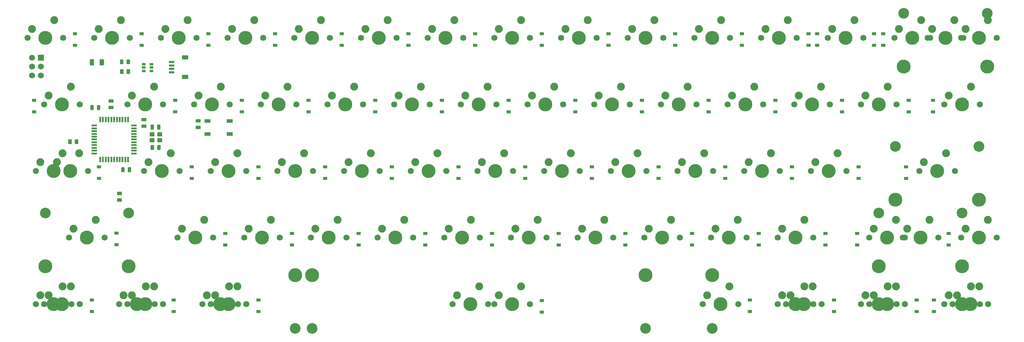
<source format=gbs>
G04 #@! TF.GenerationSoftware,KiCad,Pcbnew,(5.1.4)-1*
G04 #@! TF.CreationDate,2020-10-11T01:36:31-04:00*
G04 #@! TF.ProjectId,keyboard,6b657962-6f61-4726-942e-6b696361645f,rev?*
G04 #@! TF.SameCoordinates,Original*
G04 #@! TF.FileFunction,Soldermask,Bot*
G04 #@! TF.FilePolarity,Negative*
%FSLAX46Y46*%
G04 Gerber Fmt 4.6, Leading zero omitted, Abs format (unit mm)*
G04 Created by KiCad (PCBNEW (5.1.4)-1) date 2020-10-11 01:36:31*
%MOMM*%
%LPD*%
G04 APERTURE LIST*
%ADD10C,3.987800*%
%ADD11C,3.048000*%
%ADD12C,1.750000*%
%ADD13C,2.250000*%
%ADD14R,1.200000X0.900000*%
%ADD15R,1.400000X1.200000*%
%ADD16R,0.550000X1.500000*%
%ADD17R,1.500000X0.550000*%
%ADD18R,1.060000X0.650000*%
%ADD19R,1.700000X1.000000*%
%ADD20C,0.100000*%
%ADD21C,0.975000*%
%ADD22R,1.700000X1.700000*%
%ADD23C,1.700000*%
%ADD24C,0.600000*%
%ADD25C,1.200000*%
%ADD26C,1.250000*%
G04 APERTURE END LIST*
D10*
X200025000Y-77470000D03*
X85725000Y-77470000D03*
D11*
X200025000Y-92710000D03*
X85725000Y-92710000D03*
D12*
X147955000Y-85725000D03*
X137795000Y-85725000D03*
D13*
X139065000Y-83185000D03*
D10*
X142875000Y-85725000D03*
D13*
X145415000Y-80645000D03*
D12*
X133667500Y-66675000D03*
X123507500Y-66675000D03*
D13*
X124777500Y-64135000D03*
D10*
X128587500Y-66675000D03*
D13*
X131127500Y-61595000D03*
D12*
X143192500Y-47625000D03*
X133032500Y-47625000D03*
D13*
X134302500Y-45085000D03*
D10*
X138112500Y-47625000D03*
D13*
X140652500Y-42545000D03*
D12*
X171767500Y-66675000D03*
X161607500Y-66675000D03*
D13*
X162877500Y-64135000D03*
D10*
X166687500Y-66675000D03*
D13*
X169227500Y-61595000D03*
D12*
X207486250Y-85725000D03*
X197326250Y-85725000D03*
D13*
X198596250Y-83185000D03*
D10*
X202406250Y-85725000D03*
D13*
X204946250Y-80645000D03*
D12*
X238442500Y-47625000D03*
X228282500Y-47625000D03*
D13*
X229552500Y-45085000D03*
D10*
X233362500Y-47625000D03*
D13*
X235902500Y-42545000D03*
D12*
X228917500Y-85725000D03*
X218757500Y-85725000D03*
D13*
X220027500Y-83185000D03*
D10*
X223837500Y-85725000D03*
D13*
X226377500Y-80645000D03*
D12*
X228917500Y-66675000D03*
X218757500Y-66675000D03*
D13*
X220027500Y-64135000D03*
D10*
X223837500Y-66675000D03*
D13*
X226377500Y-61595000D03*
D12*
X243205000Y-9525000D03*
X233045000Y-9525000D03*
D13*
X234315000Y-6985000D03*
D10*
X238125000Y-9525000D03*
D13*
X240665000Y-4445000D03*
D12*
X252730000Y-85725000D03*
X242570000Y-85725000D03*
D13*
X243840000Y-83185000D03*
D10*
X247650000Y-85725000D03*
D13*
X250190000Y-80645000D03*
D10*
X278606250Y-17780000D03*
X254793750Y-17780000D03*
D11*
X278606250Y-2540000D03*
X254793750Y-2540000D03*
D12*
X271780000Y-9525000D03*
X261620000Y-9525000D03*
D13*
X262890000Y-6985000D03*
D10*
X266700000Y-9525000D03*
D13*
X269240000Y-4445000D03*
D10*
X271462500Y-74930000D03*
X247650000Y-74930000D03*
D11*
X271462500Y-59690000D03*
X247650000Y-59690000D03*
D12*
X264636250Y-66675000D03*
X254476250Y-66675000D03*
D13*
X255746250Y-64135000D03*
D10*
X259556250Y-66675000D03*
D13*
X262096250Y-61595000D03*
D12*
X262255000Y-9525000D03*
X252095000Y-9525000D03*
D13*
X253365000Y-6985000D03*
D10*
X257175000Y-9525000D03*
D13*
X259715000Y-4445000D03*
D12*
X281305000Y-9525000D03*
X271145000Y-9525000D03*
D13*
X272415000Y-6985000D03*
D10*
X276225000Y-9525000D03*
D13*
X278765000Y-4445000D03*
D12*
X252730000Y-28575000D03*
X242570000Y-28575000D03*
D13*
X243840000Y-26035000D03*
D10*
X247650000Y-28575000D03*
D13*
X250190000Y-23495000D03*
D12*
X276542500Y-28575000D03*
X266382500Y-28575000D03*
D13*
X267652500Y-26035000D03*
D10*
X271462500Y-28575000D03*
D13*
X274002500Y-23495000D03*
D12*
X281305000Y-66675000D03*
X271145000Y-66675000D03*
D13*
X272415000Y-64135000D03*
D10*
X276225000Y-66675000D03*
D13*
X278765000Y-61595000D03*
D12*
X255111250Y-66675000D03*
X244951250Y-66675000D03*
D13*
X246221250Y-64135000D03*
D10*
X250031250Y-66675000D03*
D13*
X252571250Y-61595000D03*
D14*
X267589000Y-65533000D03*
X267589000Y-68833000D03*
D12*
X19367500Y-28575000D03*
X9207500Y-28575000D03*
D13*
X10477500Y-26035000D03*
D10*
X14287500Y-28575000D03*
D13*
X16827500Y-23495000D03*
D12*
X43180000Y-28575000D03*
X33020000Y-28575000D03*
D13*
X34290000Y-26035000D03*
D10*
X38100000Y-28575000D03*
D13*
X40640000Y-23495000D03*
D12*
X16986250Y-47625000D03*
X6826250Y-47625000D03*
D13*
X8096250Y-45085000D03*
D10*
X11906250Y-47625000D03*
D13*
X14446250Y-42545000D03*
D12*
X47942500Y-47625000D03*
X37782500Y-47625000D03*
D13*
X39052500Y-45085000D03*
D10*
X42862500Y-47625000D03*
D13*
X45402500Y-42545000D03*
D10*
X276225000Y-55880000D03*
X252412500Y-55880000D03*
D11*
X276225000Y-40640000D03*
X252412500Y-40640000D03*
D12*
X269398750Y-47625000D03*
X259238750Y-47625000D03*
D13*
X260508750Y-45085000D03*
D10*
X264318750Y-47625000D03*
D13*
X266858750Y-42545000D03*
D12*
X57467500Y-66675000D03*
X47307500Y-66675000D03*
D13*
X48577500Y-64135000D03*
D10*
X52387500Y-66675000D03*
D13*
X54927500Y-61595000D03*
D12*
X16986250Y-85725000D03*
X6826250Y-85725000D03*
D13*
X8096250Y-83185000D03*
D10*
X11906250Y-85725000D03*
D13*
X14446250Y-80645000D03*
D12*
X19367500Y-85725000D03*
X9207500Y-85725000D03*
D13*
X10477500Y-83185000D03*
D10*
X14287500Y-85725000D03*
D13*
X16827500Y-80645000D03*
D12*
X43180000Y-85725000D03*
X33020000Y-85725000D03*
D13*
X34290000Y-83185000D03*
D10*
X38100000Y-85725000D03*
D13*
X40640000Y-80645000D03*
D12*
X64611250Y-85725000D03*
X54451250Y-85725000D03*
D13*
X55721250Y-83185000D03*
D10*
X59531250Y-85725000D03*
D13*
X62071250Y-80645000D03*
D12*
X66992500Y-85725000D03*
X56832500Y-85725000D03*
D13*
X58102500Y-83185000D03*
D10*
X61912500Y-85725000D03*
D13*
X64452500Y-80645000D03*
D10*
X180968650Y-77470000D03*
X80968850Y-77470000D03*
D11*
X180968650Y-92710000D03*
X80968850Y-92710000D03*
D12*
X136048750Y-85725000D03*
X125888750Y-85725000D03*
D13*
X127158750Y-83185000D03*
D10*
X130968750Y-85725000D03*
D13*
X133508750Y-80645000D03*
D12*
X231298750Y-85725000D03*
X221138750Y-85725000D03*
D13*
X222408750Y-83185000D03*
D10*
X226218750Y-85725000D03*
D13*
X228758750Y-80645000D03*
D12*
X255111250Y-85725000D03*
X244951250Y-85725000D03*
D13*
X246221250Y-83185000D03*
D10*
X250031250Y-85725000D03*
D13*
X252571250Y-80645000D03*
D12*
X276542500Y-85725000D03*
X266382500Y-85725000D03*
D13*
X267652500Y-83185000D03*
D10*
X271462500Y-85725000D03*
D13*
X274002500Y-80645000D03*
D12*
X278923750Y-85725000D03*
X268763750Y-85725000D03*
D13*
X270033750Y-83185000D03*
D10*
X273843750Y-85725000D03*
D13*
X276383750Y-80645000D03*
D12*
X40798750Y-85725000D03*
X30638750Y-85725000D03*
D13*
X31908750Y-83185000D03*
D10*
X35718750Y-85725000D03*
D13*
X38258750Y-80645000D03*
D15*
X42205000Y-37162000D03*
X40005000Y-37162000D03*
X40005000Y-38862000D03*
X42205000Y-38862000D03*
D16*
X25210000Y-32908000D03*
X26010000Y-32908000D03*
X26810000Y-32908000D03*
X27610000Y-32908000D03*
X28410000Y-32908000D03*
X29210000Y-32908000D03*
X30010000Y-32908000D03*
X30810000Y-32908000D03*
X31610000Y-32908000D03*
X32410000Y-32908000D03*
X33210000Y-32908000D03*
D17*
X34910000Y-34608000D03*
X34910000Y-35408000D03*
X34910000Y-36208000D03*
X34910000Y-37008000D03*
X34910000Y-37808000D03*
X34910000Y-38608000D03*
X34910000Y-39408000D03*
X34910000Y-40208000D03*
X34910000Y-41008000D03*
X34910000Y-41808000D03*
X34910000Y-42608000D03*
D16*
X33210000Y-44308000D03*
X32410000Y-44308000D03*
X31610000Y-44308000D03*
X30810000Y-44308000D03*
X30010000Y-44308000D03*
X29210000Y-44308000D03*
X28410000Y-44308000D03*
X27610000Y-44308000D03*
X26810000Y-44308000D03*
X26010000Y-44308000D03*
X25210000Y-44308000D03*
D17*
X23510000Y-42608000D03*
X23510000Y-41808000D03*
X23510000Y-41008000D03*
X23510000Y-40208000D03*
X23510000Y-39408000D03*
X23510000Y-38608000D03*
X23510000Y-37808000D03*
X23510000Y-37008000D03*
X23510000Y-36208000D03*
X23510000Y-35408000D03*
X23510000Y-34608000D03*
D18*
X37635000Y-18034000D03*
X37635000Y-17084000D03*
X37635000Y-18984000D03*
X39835000Y-18984000D03*
X39835000Y-18034000D03*
X39835000Y-17084000D03*
D19*
X62205000Y-33279000D03*
X55905000Y-33279000D03*
X62205000Y-37079000D03*
X55905000Y-37079000D03*
D20*
G36*
X53693142Y-34662674D02*
G01*
X53716803Y-34666184D01*
X53740007Y-34671996D01*
X53762529Y-34680054D01*
X53784153Y-34690282D01*
X53804670Y-34702579D01*
X53823883Y-34716829D01*
X53841607Y-34732893D01*
X53857671Y-34750617D01*
X53871921Y-34769830D01*
X53884218Y-34790347D01*
X53894446Y-34811971D01*
X53902504Y-34834493D01*
X53908316Y-34857697D01*
X53911826Y-34881358D01*
X53913000Y-34905250D01*
X53913000Y-35392750D01*
X53911826Y-35416642D01*
X53908316Y-35440303D01*
X53902504Y-35463507D01*
X53894446Y-35486029D01*
X53884218Y-35507653D01*
X53871921Y-35528170D01*
X53857671Y-35547383D01*
X53841607Y-35565107D01*
X53823883Y-35581171D01*
X53804670Y-35595421D01*
X53784153Y-35607718D01*
X53762529Y-35617946D01*
X53740007Y-35626004D01*
X53716803Y-35631816D01*
X53693142Y-35635326D01*
X53669250Y-35636500D01*
X52756750Y-35636500D01*
X52732858Y-35635326D01*
X52709197Y-35631816D01*
X52685993Y-35626004D01*
X52663471Y-35617946D01*
X52641847Y-35607718D01*
X52621330Y-35595421D01*
X52602117Y-35581171D01*
X52584393Y-35565107D01*
X52568329Y-35547383D01*
X52554079Y-35528170D01*
X52541782Y-35507653D01*
X52531554Y-35486029D01*
X52523496Y-35463507D01*
X52517684Y-35440303D01*
X52514174Y-35416642D01*
X52513000Y-35392750D01*
X52513000Y-34905250D01*
X52514174Y-34881358D01*
X52517684Y-34857697D01*
X52523496Y-34834493D01*
X52531554Y-34811971D01*
X52541782Y-34790347D01*
X52554079Y-34769830D01*
X52568329Y-34750617D01*
X52584393Y-34732893D01*
X52602117Y-34716829D01*
X52621330Y-34702579D01*
X52641847Y-34690282D01*
X52663471Y-34680054D01*
X52685993Y-34671996D01*
X52709197Y-34666184D01*
X52732858Y-34662674D01*
X52756750Y-34661500D01*
X53669250Y-34661500D01*
X53693142Y-34662674D01*
X53693142Y-34662674D01*
G37*
D21*
X53213000Y-35149000D03*
D20*
G36*
X53693142Y-32787674D02*
G01*
X53716803Y-32791184D01*
X53740007Y-32796996D01*
X53762529Y-32805054D01*
X53784153Y-32815282D01*
X53804670Y-32827579D01*
X53823883Y-32841829D01*
X53841607Y-32857893D01*
X53857671Y-32875617D01*
X53871921Y-32894830D01*
X53884218Y-32915347D01*
X53894446Y-32936971D01*
X53902504Y-32959493D01*
X53908316Y-32982697D01*
X53911826Y-33006358D01*
X53913000Y-33030250D01*
X53913000Y-33517750D01*
X53911826Y-33541642D01*
X53908316Y-33565303D01*
X53902504Y-33588507D01*
X53894446Y-33611029D01*
X53884218Y-33632653D01*
X53871921Y-33653170D01*
X53857671Y-33672383D01*
X53841607Y-33690107D01*
X53823883Y-33706171D01*
X53804670Y-33720421D01*
X53784153Y-33732718D01*
X53762529Y-33742946D01*
X53740007Y-33751004D01*
X53716803Y-33756816D01*
X53693142Y-33760326D01*
X53669250Y-33761500D01*
X52756750Y-33761500D01*
X52732858Y-33760326D01*
X52709197Y-33756816D01*
X52685993Y-33751004D01*
X52663471Y-33742946D01*
X52641847Y-33732718D01*
X52621330Y-33720421D01*
X52602117Y-33706171D01*
X52584393Y-33690107D01*
X52568329Y-33672383D01*
X52554079Y-33653170D01*
X52541782Y-33632653D01*
X52531554Y-33611029D01*
X52523496Y-33588507D01*
X52517684Y-33565303D01*
X52514174Y-33541642D01*
X52513000Y-33517750D01*
X52513000Y-33030250D01*
X52514174Y-33006358D01*
X52517684Y-32982697D01*
X52523496Y-32959493D01*
X52531554Y-32936971D01*
X52541782Y-32915347D01*
X52554079Y-32894830D01*
X52568329Y-32875617D01*
X52584393Y-32857893D01*
X52602117Y-32841829D01*
X52621330Y-32827579D01*
X52641847Y-32815282D01*
X52663471Y-32805054D01*
X52685993Y-32796996D01*
X52709197Y-32791184D01*
X52732858Y-32787674D01*
X52756750Y-32786500D01*
X53669250Y-32786500D01*
X53693142Y-32787674D01*
X53693142Y-32787674D01*
G37*
D21*
X53213000Y-33274000D03*
D20*
G36*
X31214142Y-53567174D02*
G01*
X31237803Y-53570684D01*
X31261007Y-53576496D01*
X31283529Y-53584554D01*
X31305153Y-53594782D01*
X31325670Y-53607079D01*
X31344883Y-53621329D01*
X31362607Y-53637393D01*
X31378671Y-53655117D01*
X31392921Y-53674330D01*
X31405218Y-53694847D01*
X31415446Y-53716471D01*
X31423504Y-53738993D01*
X31429316Y-53762197D01*
X31432826Y-53785858D01*
X31434000Y-53809750D01*
X31434000Y-54297250D01*
X31432826Y-54321142D01*
X31429316Y-54344803D01*
X31423504Y-54368007D01*
X31415446Y-54390529D01*
X31405218Y-54412153D01*
X31392921Y-54432670D01*
X31378671Y-54451883D01*
X31362607Y-54469607D01*
X31344883Y-54485671D01*
X31325670Y-54499921D01*
X31305153Y-54512218D01*
X31283529Y-54522446D01*
X31261007Y-54530504D01*
X31237803Y-54536316D01*
X31214142Y-54539826D01*
X31190250Y-54541000D01*
X30277750Y-54541000D01*
X30253858Y-54539826D01*
X30230197Y-54536316D01*
X30206993Y-54530504D01*
X30184471Y-54522446D01*
X30162847Y-54512218D01*
X30142330Y-54499921D01*
X30123117Y-54485671D01*
X30105393Y-54469607D01*
X30089329Y-54451883D01*
X30075079Y-54432670D01*
X30062782Y-54412153D01*
X30052554Y-54390529D01*
X30044496Y-54368007D01*
X30038684Y-54344803D01*
X30035174Y-54321142D01*
X30034000Y-54297250D01*
X30034000Y-53809750D01*
X30035174Y-53785858D01*
X30038684Y-53762197D01*
X30044496Y-53738993D01*
X30052554Y-53716471D01*
X30062782Y-53694847D01*
X30075079Y-53674330D01*
X30089329Y-53655117D01*
X30105393Y-53637393D01*
X30123117Y-53621329D01*
X30142330Y-53607079D01*
X30162847Y-53594782D01*
X30184471Y-53584554D01*
X30206993Y-53576496D01*
X30230197Y-53570684D01*
X30253858Y-53567174D01*
X30277750Y-53566000D01*
X31190250Y-53566000D01*
X31214142Y-53567174D01*
X31214142Y-53567174D01*
G37*
D21*
X30734000Y-54053500D03*
D20*
G36*
X31214142Y-55442174D02*
G01*
X31237803Y-55445684D01*
X31261007Y-55451496D01*
X31283529Y-55459554D01*
X31305153Y-55469782D01*
X31325670Y-55482079D01*
X31344883Y-55496329D01*
X31362607Y-55512393D01*
X31378671Y-55530117D01*
X31392921Y-55549330D01*
X31405218Y-55569847D01*
X31415446Y-55591471D01*
X31423504Y-55613993D01*
X31429316Y-55637197D01*
X31432826Y-55660858D01*
X31434000Y-55684750D01*
X31434000Y-56172250D01*
X31432826Y-56196142D01*
X31429316Y-56219803D01*
X31423504Y-56243007D01*
X31415446Y-56265529D01*
X31405218Y-56287153D01*
X31392921Y-56307670D01*
X31378671Y-56326883D01*
X31362607Y-56344607D01*
X31344883Y-56360671D01*
X31325670Y-56374921D01*
X31305153Y-56387218D01*
X31283529Y-56397446D01*
X31261007Y-56405504D01*
X31237803Y-56411316D01*
X31214142Y-56414826D01*
X31190250Y-56416000D01*
X30277750Y-56416000D01*
X30253858Y-56414826D01*
X30230197Y-56411316D01*
X30206993Y-56405504D01*
X30184471Y-56397446D01*
X30162847Y-56387218D01*
X30142330Y-56374921D01*
X30123117Y-56360671D01*
X30105393Y-56344607D01*
X30089329Y-56326883D01*
X30075079Y-56307670D01*
X30062782Y-56287153D01*
X30052554Y-56265529D01*
X30044496Y-56243007D01*
X30038684Y-56219803D01*
X30035174Y-56196142D01*
X30034000Y-56172250D01*
X30034000Y-55684750D01*
X30035174Y-55660858D01*
X30038684Y-55637197D01*
X30044496Y-55613993D01*
X30052554Y-55591471D01*
X30062782Y-55569847D01*
X30075079Y-55549330D01*
X30089329Y-55530117D01*
X30105393Y-55512393D01*
X30123117Y-55496329D01*
X30142330Y-55482079D01*
X30162847Y-55469782D01*
X30184471Y-55459554D01*
X30206993Y-55451496D01*
X30230197Y-55445684D01*
X30253858Y-55442174D01*
X30277750Y-55441000D01*
X31190250Y-55441000D01*
X31214142Y-55442174D01*
X31214142Y-55442174D01*
G37*
D21*
X30734000Y-55928500D03*
D20*
G36*
X33511642Y-15684174D02*
G01*
X33535303Y-15687684D01*
X33558507Y-15693496D01*
X33581029Y-15701554D01*
X33602653Y-15711782D01*
X33623170Y-15724079D01*
X33642383Y-15738329D01*
X33660107Y-15754393D01*
X33676171Y-15772117D01*
X33690421Y-15791330D01*
X33702718Y-15811847D01*
X33712946Y-15833471D01*
X33721004Y-15855993D01*
X33726816Y-15879197D01*
X33730326Y-15902858D01*
X33731500Y-15926750D01*
X33731500Y-16839250D01*
X33730326Y-16863142D01*
X33726816Y-16886803D01*
X33721004Y-16910007D01*
X33712946Y-16932529D01*
X33702718Y-16954153D01*
X33690421Y-16974670D01*
X33676171Y-16993883D01*
X33660107Y-17011607D01*
X33642383Y-17027671D01*
X33623170Y-17041921D01*
X33602653Y-17054218D01*
X33581029Y-17064446D01*
X33558507Y-17072504D01*
X33535303Y-17078316D01*
X33511642Y-17081826D01*
X33487750Y-17083000D01*
X33000250Y-17083000D01*
X32976358Y-17081826D01*
X32952697Y-17078316D01*
X32929493Y-17072504D01*
X32906971Y-17064446D01*
X32885347Y-17054218D01*
X32864830Y-17041921D01*
X32845617Y-17027671D01*
X32827893Y-17011607D01*
X32811829Y-16993883D01*
X32797579Y-16974670D01*
X32785282Y-16954153D01*
X32775054Y-16932529D01*
X32766996Y-16910007D01*
X32761184Y-16886803D01*
X32757674Y-16863142D01*
X32756500Y-16839250D01*
X32756500Y-15926750D01*
X32757674Y-15902858D01*
X32761184Y-15879197D01*
X32766996Y-15855993D01*
X32775054Y-15833471D01*
X32785282Y-15811847D01*
X32797579Y-15791330D01*
X32811829Y-15772117D01*
X32827893Y-15754393D01*
X32845617Y-15738329D01*
X32864830Y-15724079D01*
X32885347Y-15711782D01*
X32906971Y-15701554D01*
X32929493Y-15693496D01*
X32952697Y-15687684D01*
X32976358Y-15684174D01*
X33000250Y-15683000D01*
X33487750Y-15683000D01*
X33511642Y-15684174D01*
X33511642Y-15684174D01*
G37*
D21*
X33244000Y-16383000D03*
D20*
G36*
X31636642Y-15684174D02*
G01*
X31660303Y-15687684D01*
X31683507Y-15693496D01*
X31706029Y-15701554D01*
X31727653Y-15711782D01*
X31748170Y-15724079D01*
X31767383Y-15738329D01*
X31785107Y-15754393D01*
X31801171Y-15772117D01*
X31815421Y-15791330D01*
X31827718Y-15811847D01*
X31837946Y-15833471D01*
X31846004Y-15855993D01*
X31851816Y-15879197D01*
X31855326Y-15902858D01*
X31856500Y-15926750D01*
X31856500Y-16839250D01*
X31855326Y-16863142D01*
X31851816Y-16886803D01*
X31846004Y-16910007D01*
X31837946Y-16932529D01*
X31827718Y-16954153D01*
X31815421Y-16974670D01*
X31801171Y-16993883D01*
X31785107Y-17011607D01*
X31767383Y-17027671D01*
X31748170Y-17041921D01*
X31727653Y-17054218D01*
X31706029Y-17064446D01*
X31683507Y-17072504D01*
X31660303Y-17078316D01*
X31636642Y-17081826D01*
X31612750Y-17083000D01*
X31125250Y-17083000D01*
X31101358Y-17081826D01*
X31077697Y-17078316D01*
X31054493Y-17072504D01*
X31031971Y-17064446D01*
X31010347Y-17054218D01*
X30989830Y-17041921D01*
X30970617Y-17027671D01*
X30952893Y-17011607D01*
X30936829Y-16993883D01*
X30922579Y-16974670D01*
X30910282Y-16954153D01*
X30900054Y-16932529D01*
X30891996Y-16910007D01*
X30886184Y-16886803D01*
X30882674Y-16863142D01*
X30881500Y-16839250D01*
X30881500Y-15926750D01*
X30882674Y-15902858D01*
X30886184Y-15879197D01*
X30891996Y-15855993D01*
X30900054Y-15833471D01*
X30910282Y-15811847D01*
X30922579Y-15791330D01*
X30936829Y-15772117D01*
X30952893Y-15754393D01*
X30970617Y-15738329D01*
X30989830Y-15724079D01*
X31010347Y-15711782D01*
X31031971Y-15701554D01*
X31054493Y-15693496D01*
X31077697Y-15687684D01*
X31101358Y-15684174D01*
X31125250Y-15683000D01*
X31612750Y-15683000D01*
X31636642Y-15684174D01*
X31636642Y-15684174D01*
G37*
D21*
X31369000Y-16383000D03*
D20*
G36*
X33541642Y-18478174D02*
G01*
X33565303Y-18481684D01*
X33588507Y-18487496D01*
X33611029Y-18495554D01*
X33632653Y-18505782D01*
X33653170Y-18518079D01*
X33672383Y-18532329D01*
X33690107Y-18548393D01*
X33706171Y-18566117D01*
X33720421Y-18585330D01*
X33732718Y-18605847D01*
X33742946Y-18627471D01*
X33751004Y-18649993D01*
X33756816Y-18673197D01*
X33760326Y-18696858D01*
X33761500Y-18720750D01*
X33761500Y-19633250D01*
X33760326Y-19657142D01*
X33756816Y-19680803D01*
X33751004Y-19704007D01*
X33742946Y-19726529D01*
X33732718Y-19748153D01*
X33720421Y-19768670D01*
X33706171Y-19787883D01*
X33690107Y-19805607D01*
X33672383Y-19821671D01*
X33653170Y-19835921D01*
X33632653Y-19848218D01*
X33611029Y-19858446D01*
X33588507Y-19866504D01*
X33565303Y-19872316D01*
X33541642Y-19875826D01*
X33517750Y-19877000D01*
X33030250Y-19877000D01*
X33006358Y-19875826D01*
X32982697Y-19872316D01*
X32959493Y-19866504D01*
X32936971Y-19858446D01*
X32915347Y-19848218D01*
X32894830Y-19835921D01*
X32875617Y-19821671D01*
X32857893Y-19805607D01*
X32841829Y-19787883D01*
X32827579Y-19768670D01*
X32815282Y-19748153D01*
X32805054Y-19726529D01*
X32796996Y-19704007D01*
X32791184Y-19680803D01*
X32787674Y-19657142D01*
X32786500Y-19633250D01*
X32786500Y-18720750D01*
X32787674Y-18696858D01*
X32791184Y-18673197D01*
X32796996Y-18649993D01*
X32805054Y-18627471D01*
X32815282Y-18605847D01*
X32827579Y-18585330D01*
X32841829Y-18566117D01*
X32857893Y-18548393D01*
X32875617Y-18532329D01*
X32894830Y-18518079D01*
X32915347Y-18505782D01*
X32936971Y-18495554D01*
X32959493Y-18487496D01*
X32982697Y-18481684D01*
X33006358Y-18478174D01*
X33030250Y-18477000D01*
X33517750Y-18477000D01*
X33541642Y-18478174D01*
X33541642Y-18478174D01*
G37*
D21*
X33274000Y-19177000D03*
D20*
G36*
X31666642Y-18478174D02*
G01*
X31690303Y-18481684D01*
X31713507Y-18487496D01*
X31736029Y-18495554D01*
X31757653Y-18505782D01*
X31778170Y-18518079D01*
X31797383Y-18532329D01*
X31815107Y-18548393D01*
X31831171Y-18566117D01*
X31845421Y-18585330D01*
X31857718Y-18605847D01*
X31867946Y-18627471D01*
X31876004Y-18649993D01*
X31881816Y-18673197D01*
X31885326Y-18696858D01*
X31886500Y-18720750D01*
X31886500Y-19633250D01*
X31885326Y-19657142D01*
X31881816Y-19680803D01*
X31876004Y-19704007D01*
X31867946Y-19726529D01*
X31857718Y-19748153D01*
X31845421Y-19768670D01*
X31831171Y-19787883D01*
X31815107Y-19805607D01*
X31797383Y-19821671D01*
X31778170Y-19835921D01*
X31757653Y-19848218D01*
X31736029Y-19858446D01*
X31713507Y-19866504D01*
X31690303Y-19872316D01*
X31666642Y-19875826D01*
X31642750Y-19877000D01*
X31155250Y-19877000D01*
X31131358Y-19875826D01*
X31107697Y-19872316D01*
X31084493Y-19866504D01*
X31061971Y-19858446D01*
X31040347Y-19848218D01*
X31019830Y-19835921D01*
X31000617Y-19821671D01*
X30982893Y-19805607D01*
X30966829Y-19787883D01*
X30952579Y-19768670D01*
X30940282Y-19748153D01*
X30930054Y-19726529D01*
X30921996Y-19704007D01*
X30916184Y-19680803D01*
X30912674Y-19657142D01*
X30911500Y-19633250D01*
X30911500Y-18720750D01*
X30912674Y-18696858D01*
X30916184Y-18673197D01*
X30921996Y-18649993D01*
X30930054Y-18627471D01*
X30940282Y-18605847D01*
X30952579Y-18585330D01*
X30966829Y-18566117D01*
X30982893Y-18548393D01*
X31000617Y-18532329D01*
X31019830Y-18518079D01*
X31040347Y-18505782D01*
X31061971Y-18495554D01*
X31084493Y-18487496D01*
X31107697Y-18481684D01*
X31131358Y-18478174D01*
X31155250Y-18477000D01*
X31642750Y-18477000D01*
X31666642Y-18478174D01*
X31666642Y-18478174D01*
G37*
D21*
X31399000Y-19177000D03*
D22*
X8255000Y-15240000D03*
D23*
X5715000Y-15240000D03*
X8255000Y-17780000D03*
X5715000Y-17780000D03*
X8255000Y-20320000D03*
X5715000Y-20320000D03*
D20*
G36*
X46264703Y-16107722D02*
G01*
X46279264Y-16109882D01*
X46293543Y-16113459D01*
X46307403Y-16118418D01*
X46320710Y-16124712D01*
X46333336Y-16132280D01*
X46345159Y-16141048D01*
X46356066Y-16150934D01*
X46365952Y-16161841D01*
X46374720Y-16173664D01*
X46382288Y-16186290D01*
X46388582Y-16199597D01*
X46393541Y-16213457D01*
X46397118Y-16227736D01*
X46399278Y-16242297D01*
X46400000Y-16257000D01*
X46400000Y-16557000D01*
X46399278Y-16571703D01*
X46397118Y-16586264D01*
X46393541Y-16600543D01*
X46388582Y-16614403D01*
X46382288Y-16627710D01*
X46374720Y-16640336D01*
X46365952Y-16652159D01*
X46356066Y-16663066D01*
X46345159Y-16672952D01*
X46333336Y-16681720D01*
X46320710Y-16689288D01*
X46307403Y-16695582D01*
X46293543Y-16700541D01*
X46279264Y-16704118D01*
X46264703Y-16706278D01*
X46250000Y-16707000D01*
X45000000Y-16707000D01*
X44985297Y-16706278D01*
X44970736Y-16704118D01*
X44956457Y-16700541D01*
X44942597Y-16695582D01*
X44929290Y-16689288D01*
X44916664Y-16681720D01*
X44904841Y-16672952D01*
X44893934Y-16663066D01*
X44884048Y-16652159D01*
X44875280Y-16640336D01*
X44867712Y-16627710D01*
X44861418Y-16614403D01*
X44856459Y-16600543D01*
X44852882Y-16586264D01*
X44850722Y-16571703D01*
X44850000Y-16557000D01*
X44850000Y-16257000D01*
X44850722Y-16242297D01*
X44852882Y-16227736D01*
X44856459Y-16213457D01*
X44861418Y-16199597D01*
X44867712Y-16186290D01*
X44875280Y-16173664D01*
X44884048Y-16161841D01*
X44893934Y-16150934D01*
X44904841Y-16141048D01*
X44916664Y-16132280D01*
X44929290Y-16124712D01*
X44942597Y-16118418D01*
X44956457Y-16113459D01*
X44970736Y-16109882D01*
X44985297Y-16107722D01*
X45000000Y-16107000D01*
X46250000Y-16107000D01*
X46264703Y-16107722D01*
X46264703Y-16107722D01*
G37*
D24*
X45625000Y-16407000D03*
D20*
G36*
X46264703Y-17107722D02*
G01*
X46279264Y-17109882D01*
X46293543Y-17113459D01*
X46307403Y-17118418D01*
X46320710Y-17124712D01*
X46333336Y-17132280D01*
X46345159Y-17141048D01*
X46356066Y-17150934D01*
X46365952Y-17161841D01*
X46374720Y-17173664D01*
X46382288Y-17186290D01*
X46388582Y-17199597D01*
X46393541Y-17213457D01*
X46397118Y-17227736D01*
X46399278Y-17242297D01*
X46400000Y-17257000D01*
X46400000Y-17557000D01*
X46399278Y-17571703D01*
X46397118Y-17586264D01*
X46393541Y-17600543D01*
X46388582Y-17614403D01*
X46382288Y-17627710D01*
X46374720Y-17640336D01*
X46365952Y-17652159D01*
X46356066Y-17663066D01*
X46345159Y-17672952D01*
X46333336Y-17681720D01*
X46320710Y-17689288D01*
X46307403Y-17695582D01*
X46293543Y-17700541D01*
X46279264Y-17704118D01*
X46264703Y-17706278D01*
X46250000Y-17707000D01*
X45000000Y-17707000D01*
X44985297Y-17706278D01*
X44970736Y-17704118D01*
X44956457Y-17700541D01*
X44942597Y-17695582D01*
X44929290Y-17689288D01*
X44916664Y-17681720D01*
X44904841Y-17672952D01*
X44893934Y-17663066D01*
X44884048Y-17652159D01*
X44875280Y-17640336D01*
X44867712Y-17627710D01*
X44861418Y-17614403D01*
X44856459Y-17600543D01*
X44852882Y-17586264D01*
X44850722Y-17571703D01*
X44850000Y-17557000D01*
X44850000Y-17257000D01*
X44850722Y-17242297D01*
X44852882Y-17227736D01*
X44856459Y-17213457D01*
X44861418Y-17199597D01*
X44867712Y-17186290D01*
X44875280Y-17173664D01*
X44884048Y-17161841D01*
X44893934Y-17150934D01*
X44904841Y-17141048D01*
X44916664Y-17132280D01*
X44929290Y-17124712D01*
X44942597Y-17118418D01*
X44956457Y-17113459D01*
X44970736Y-17109882D01*
X44985297Y-17107722D01*
X45000000Y-17107000D01*
X46250000Y-17107000D01*
X46264703Y-17107722D01*
X46264703Y-17107722D01*
G37*
D24*
X45625000Y-17407000D03*
D20*
G36*
X46264703Y-18107722D02*
G01*
X46279264Y-18109882D01*
X46293543Y-18113459D01*
X46307403Y-18118418D01*
X46320710Y-18124712D01*
X46333336Y-18132280D01*
X46345159Y-18141048D01*
X46356066Y-18150934D01*
X46365952Y-18161841D01*
X46374720Y-18173664D01*
X46382288Y-18186290D01*
X46388582Y-18199597D01*
X46393541Y-18213457D01*
X46397118Y-18227736D01*
X46399278Y-18242297D01*
X46400000Y-18257000D01*
X46400000Y-18557000D01*
X46399278Y-18571703D01*
X46397118Y-18586264D01*
X46393541Y-18600543D01*
X46388582Y-18614403D01*
X46382288Y-18627710D01*
X46374720Y-18640336D01*
X46365952Y-18652159D01*
X46356066Y-18663066D01*
X46345159Y-18672952D01*
X46333336Y-18681720D01*
X46320710Y-18689288D01*
X46307403Y-18695582D01*
X46293543Y-18700541D01*
X46279264Y-18704118D01*
X46264703Y-18706278D01*
X46250000Y-18707000D01*
X45000000Y-18707000D01*
X44985297Y-18706278D01*
X44970736Y-18704118D01*
X44956457Y-18700541D01*
X44942597Y-18695582D01*
X44929290Y-18689288D01*
X44916664Y-18681720D01*
X44904841Y-18672952D01*
X44893934Y-18663066D01*
X44884048Y-18652159D01*
X44875280Y-18640336D01*
X44867712Y-18627710D01*
X44861418Y-18614403D01*
X44856459Y-18600543D01*
X44852882Y-18586264D01*
X44850722Y-18571703D01*
X44850000Y-18557000D01*
X44850000Y-18257000D01*
X44850722Y-18242297D01*
X44852882Y-18227736D01*
X44856459Y-18213457D01*
X44861418Y-18199597D01*
X44867712Y-18186290D01*
X44875280Y-18173664D01*
X44884048Y-18161841D01*
X44893934Y-18150934D01*
X44904841Y-18141048D01*
X44916664Y-18132280D01*
X44929290Y-18124712D01*
X44942597Y-18118418D01*
X44956457Y-18113459D01*
X44970736Y-18109882D01*
X44985297Y-18107722D01*
X45000000Y-18107000D01*
X46250000Y-18107000D01*
X46264703Y-18107722D01*
X46264703Y-18107722D01*
G37*
D24*
X45625000Y-18407000D03*
D20*
G36*
X46264703Y-19107722D02*
G01*
X46279264Y-19109882D01*
X46293543Y-19113459D01*
X46307403Y-19118418D01*
X46320710Y-19124712D01*
X46333336Y-19132280D01*
X46345159Y-19141048D01*
X46356066Y-19150934D01*
X46365952Y-19161841D01*
X46374720Y-19173664D01*
X46382288Y-19186290D01*
X46388582Y-19199597D01*
X46393541Y-19213457D01*
X46397118Y-19227736D01*
X46399278Y-19242297D01*
X46400000Y-19257000D01*
X46400000Y-19557000D01*
X46399278Y-19571703D01*
X46397118Y-19586264D01*
X46393541Y-19600543D01*
X46388582Y-19614403D01*
X46382288Y-19627710D01*
X46374720Y-19640336D01*
X46365952Y-19652159D01*
X46356066Y-19663066D01*
X46345159Y-19672952D01*
X46333336Y-19681720D01*
X46320710Y-19689288D01*
X46307403Y-19695582D01*
X46293543Y-19700541D01*
X46279264Y-19704118D01*
X46264703Y-19706278D01*
X46250000Y-19707000D01*
X45000000Y-19707000D01*
X44985297Y-19706278D01*
X44970736Y-19704118D01*
X44956457Y-19700541D01*
X44942597Y-19695582D01*
X44929290Y-19689288D01*
X44916664Y-19681720D01*
X44904841Y-19672952D01*
X44893934Y-19663066D01*
X44884048Y-19652159D01*
X44875280Y-19640336D01*
X44867712Y-19627710D01*
X44861418Y-19614403D01*
X44856459Y-19600543D01*
X44852882Y-19586264D01*
X44850722Y-19571703D01*
X44850000Y-19557000D01*
X44850000Y-19257000D01*
X44850722Y-19242297D01*
X44852882Y-19227736D01*
X44856459Y-19213457D01*
X44861418Y-19199597D01*
X44867712Y-19186290D01*
X44875280Y-19173664D01*
X44884048Y-19161841D01*
X44893934Y-19150934D01*
X44904841Y-19141048D01*
X44916664Y-19132280D01*
X44929290Y-19124712D01*
X44942597Y-19118418D01*
X44956457Y-19113459D01*
X44970736Y-19109882D01*
X44985297Y-19107722D01*
X45000000Y-19107000D01*
X46250000Y-19107000D01*
X46264703Y-19107722D01*
X46264703Y-19107722D01*
G37*
D24*
X45625000Y-19407000D03*
D20*
G36*
X50174505Y-14508204D02*
G01*
X50198773Y-14511804D01*
X50222572Y-14517765D01*
X50245671Y-14526030D01*
X50267850Y-14536520D01*
X50288893Y-14549132D01*
X50308599Y-14563747D01*
X50326777Y-14580223D01*
X50343253Y-14598401D01*
X50357868Y-14618107D01*
X50370480Y-14639150D01*
X50380970Y-14661329D01*
X50389235Y-14684428D01*
X50395196Y-14708227D01*
X50398796Y-14732495D01*
X50400000Y-14756999D01*
X50400000Y-15457001D01*
X50398796Y-15481505D01*
X50395196Y-15505773D01*
X50389235Y-15529572D01*
X50380970Y-15552671D01*
X50370480Y-15574850D01*
X50357868Y-15595893D01*
X50343253Y-15615599D01*
X50326777Y-15633777D01*
X50308599Y-15650253D01*
X50288893Y-15664868D01*
X50267850Y-15677480D01*
X50245671Y-15687970D01*
X50222572Y-15696235D01*
X50198773Y-15702196D01*
X50174505Y-15705796D01*
X50150001Y-15707000D01*
X48849999Y-15707000D01*
X48825495Y-15705796D01*
X48801227Y-15702196D01*
X48777428Y-15696235D01*
X48754329Y-15687970D01*
X48732150Y-15677480D01*
X48711107Y-15664868D01*
X48691401Y-15650253D01*
X48673223Y-15633777D01*
X48656747Y-15615599D01*
X48642132Y-15595893D01*
X48629520Y-15574850D01*
X48619030Y-15552671D01*
X48610765Y-15529572D01*
X48604804Y-15505773D01*
X48601204Y-15481505D01*
X48600000Y-15457001D01*
X48600000Y-14756999D01*
X48601204Y-14732495D01*
X48604804Y-14708227D01*
X48610765Y-14684428D01*
X48619030Y-14661329D01*
X48629520Y-14639150D01*
X48642132Y-14618107D01*
X48656747Y-14598401D01*
X48673223Y-14580223D01*
X48691401Y-14563747D01*
X48711107Y-14549132D01*
X48732150Y-14536520D01*
X48754329Y-14526030D01*
X48777428Y-14517765D01*
X48801227Y-14511804D01*
X48825495Y-14508204D01*
X48849999Y-14507000D01*
X50150001Y-14507000D01*
X50174505Y-14508204D01*
X50174505Y-14508204D01*
G37*
D25*
X49500000Y-15107000D03*
D20*
G36*
X50174505Y-20108204D02*
G01*
X50198773Y-20111804D01*
X50222572Y-20117765D01*
X50245671Y-20126030D01*
X50267850Y-20136520D01*
X50288893Y-20149132D01*
X50308599Y-20163747D01*
X50326777Y-20180223D01*
X50343253Y-20198401D01*
X50357868Y-20218107D01*
X50370480Y-20239150D01*
X50380970Y-20261329D01*
X50389235Y-20284428D01*
X50395196Y-20308227D01*
X50398796Y-20332495D01*
X50400000Y-20356999D01*
X50400000Y-21057001D01*
X50398796Y-21081505D01*
X50395196Y-21105773D01*
X50389235Y-21129572D01*
X50380970Y-21152671D01*
X50370480Y-21174850D01*
X50357868Y-21195893D01*
X50343253Y-21215599D01*
X50326777Y-21233777D01*
X50308599Y-21250253D01*
X50288893Y-21264868D01*
X50267850Y-21277480D01*
X50245671Y-21287970D01*
X50222572Y-21296235D01*
X50198773Y-21302196D01*
X50174505Y-21305796D01*
X50150001Y-21307000D01*
X48849999Y-21307000D01*
X48825495Y-21305796D01*
X48801227Y-21302196D01*
X48777428Y-21296235D01*
X48754329Y-21287970D01*
X48732150Y-21277480D01*
X48711107Y-21264868D01*
X48691401Y-21250253D01*
X48673223Y-21233777D01*
X48656747Y-21215599D01*
X48642132Y-21195893D01*
X48629520Y-21174850D01*
X48619030Y-21152671D01*
X48610765Y-21129572D01*
X48604804Y-21105773D01*
X48601204Y-21081505D01*
X48600000Y-21057001D01*
X48600000Y-20356999D01*
X48601204Y-20332495D01*
X48604804Y-20308227D01*
X48610765Y-20284428D01*
X48619030Y-20261329D01*
X48629520Y-20239150D01*
X48642132Y-20218107D01*
X48656747Y-20198401D01*
X48673223Y-20180223D01*
X48691401Y-20163747D01*
X48711107Y-20149132D01*
X48732150Y-20136520D01*
X48754329Y-20126030D01*
X48777428Y-20117765D01*
X48801227Y-20111804D01*
X48825495Y-20108204D01*
X48849999Y-20107000D01*
X50150001Y-20107000D01*
X50174505Y-20108204D01*
X50174505Y-20108204D01*
G37*
D25*
X49500000Y-20707000D03*
D20*
G36*
X26059504Y-15636204D02*
G01*
X26083773Y-15639804D01*
X26107571Y-15645765D01*
X26130671Y-15654030D01*
X26152849Y-15664520D01*
X26173893Y-15677133D01*
X26193598Y-15691747D01*
X26211777Y-15708223D01*
X26228253Y-15726402D01*
X26242867Y-15746107D01*
X26255480Y-15767151D01*
X26265970Y-15789329D01*
X26274235Y-15812429D01*
X26280196Y-15836227D01*
X26283796Y-15860496D01*
X26285000Y-15885000D01*
X26285000Y-17135000D01*
X26283796Y-17159504D01*
X26280196Y-17183773D01*
X26274235Y-17207571D01*
X26265970Y-17230671D01*
X26255480Y-17252849D01*
X26242867Y-17273893D01*
X26228253Y-17293598D01*
X26211777Y-17311777D01*
X26193598Y-17328253D01*
X26173893Y-17342867D01*
X26152849Y-17355480D01*
X26130671Y-17365970D01*
X26107571Y-17374235D01*
X26083773Y-17380196D01*
X26059504Y-17383796D01*
X26035000Y-17385000D01*
X25285000Y-17385000D01*
X25260496Y-17383796D01*
X25236227Y-17380196D01*
X25212429Y-17374235D01*
X25189329Y-17365970D01*
X25167151Y-17355480D01*
X25146107Y-17342867D01*
X25126402Y-17328253D01*
X25108223Y-17311777D01*
X25091747Y-17293598D01*
X25077133Y-17273893D01*
X25064520Y-17252849D01*
X25054030Y-17230671D01*
X25045765Y-17207571D01*
X25039804Y-17183773D01*
X25036204Y-17159504D01*
X25035000Y-17135000D01*
X25035000Y-15885000D01*
X25036204Y-15860496D01*
X25039804Y-15836227D01*
X25045765Y-15812429D01*
X25054030Y-15789329D01*
X25064520Y-15767151D01*
X25077133Y-15746107D01*
X25091747Y-15726402D01*
X25108223Y-15708223D01*
X25126402Y-15691747D01*
X25146107Y-15677133D01*
X25167151Y-15664520D01*
X25189329Y-15654030D01*
X25212429Y-15645765D01*
X25236227Y-15639804D01*
X25260496Y-15636204D01*
X25285000Y-15635000D01*
X26035000Y-15635000D01*
X26059504Y-15636204D01*
X26059504Y-15636204D01*
G37*
D26*
X25660000Y-16510000D03*
D20*
G36*
X23259504Y-15636204D02*
G01*
X23283773Y-15639804D01*
X23307571Y-15645765D01*
X23330671Y-15654030D01*
X23352849Y-15664520D01*
X23373893Y-15677133D01*
X23393598Y-15691747D01*
X23411777Y-15708223D01*
X23428253Y-15726402D01*
X23442867Y-15746107D01*
X23455480Y-15767151D01*
X23465970Y-15789329D01*
X23474235Y-15812429D01*
X23480196Y-15836227D01*
X23483796Y-15860496D01*
X23485000Y-15885000D01*
X23485000Y-17135000D01*
X23483796Y-17159504D01*
X23480196Y-17183773D01*
X23474235Y-17207571D01*
X23465970Y-17230671D01*
X23455480Y-17252849D01*
X23442867Y-17273893D01*
X23428253Y-17293598D01*
X23411777Y-17311777D01*
X23393598Y-17328253D01*
X23373893Y-17342867D01*
X23352849Y-17355480D01*
X23330671Y-17365970D01*
X23307571Y-17374235D01*
X23283773Y-17380196D01*
X23259504Y-17383796D01*
X23235000Y-17385000D01*
X22485000Y-17385000D01*
X22460496Y-17383796D01*
X22436227Y-17380196D01*
X22412429Y-17374235D01*
X22389329Y-17365970D01*
X22367151Y-17355480D01*
X22346107Y-17342867D01*
X22326402Y-17328253D01*
X22308223Y-17311777D01*
X22291747Y-17293598D01*
X22277133Y-17273893D01*
X22264520Y-17252849D01*
X22254030Y-17230671D01*
X22245765Y-17207571D01*
X22239804Y-17183773D01*
X22236204Y-17159504D01*
X22235000Y-17135000D01*
X22235000Y-15885000D01*
X22236204Y-15860496D01*
X22239804Y-15836227D01*
X22245765Y-15812429D01*
X22254030Y-15789329D01*
X22264520Y-15767151D01*
X22277133Y-15746107D01*
X22291747Y-15726402D01*
X22308223Y-15708223D01*
X22326402Y-15691747D01*
X22346107Y-15677133D01*
X22367151Y-15664520D01*
X22389329Y-15654030D01*
X22412429Y-15645765D01*
X22436227Y-15639804D01*
X22460496Y-15636204D01*
X22485000Y-15635000D01*
X23235000Y-15635000D01*
X23259504Y-15636204D01*
X23259504Y-15636204D01*
G37*
D26*
X22860000Y-16510000D03*
D20*
G36*
X40399642Y-40195174D02*
G01*
X40423303Y-40198684D01*
X40446507Y-40204496D01*
X40469029Y-40212554D01*
X40490653Y-40222782D01*
X40511170Y-40235079D01*
X40530383Y-40249329D01*
X40548107Y-40265393D01*
X40564171Y-40283117D01*
X40578421Y-40302330D01*
X40590718Y-40322847D01*
X40600946Y-40344471D01*
X40609004Y-40366993D01*
X40614816Y-40390197D01*
X40618326Y-40413858D01*
X40619500Y-40437750D01*
X40619500Y-41350250D01*
X40618326Y-41374142D01*
X40614816Y-41397803D01*
X40609004Y-41421007D01*
X40600946Y-41443529D01*
X40590718Y-41465153D01*
X40578421Y-41485670D01*
X40564171Y-41504883D01*
X40548107Y-41522607D01*
X40530383Y-41538671D01*
X40511170Y-41552921D01*
X40490653Y-41565218D01*
X40469029Y-41575446D01*
X40446507Y-41583504D01*
X40423303Y-41589316D01*
X40399642Y-41592826D01*
X40375750Y-41594000D01*
X39888250Y-41594000D01*
X39864358Y-41592826D01*
X39840697Y-41589316D01*
X39817493Y-41583504D01*
X39794971Y-41575446D01*
X39773347Y-41565218D01*
X39752830Y-41552921D01*
X39733617Y-41538671D01*
X39715893Y-41522607D01*
X39699829Y-41504883D01*
X39685579Y-41485670D01*
X39673282Y-41465153D01*
X39663054Y-41443529D01*
X39654996Y-41421007D01*
X39649184Y-41397803D01*
X39645674Y-41374142D01*
X39644500Y-41350250D01*
X39644500Y-40437750D01*
X39645674Y-40413858D01*
X39649184Y-40390197D01*
X39654996Y-40366993D01*
X39663054Y-40344471D01*
X39673282Y-40322847D01*
X39685579Y-40302330D01*
X39699829Y-40283117D01*
X39715893Y-40265393D01*
X39733617Y-40249329D01*
X39752830Y-40235079D01*
X39773347Y-40222782D01*
X39794971Y-40212554D01*
X39817493Y-40204496D01*
X39840697Y-40198684D01*
X39864358Y-40195174D01*
X39888250Y-40194000D01*
X40375750Y-40194000D01*
X40399642Y-40195174D01*
X40399642Y-40195174D01*
G37*
D21*
X40132000Y-40894000D03*
D20*
G36*
X42274642Y-40195174D02*
G01*
X42298303Y-40198684D01*
X42321507Y-40204496D01*
X42344029Y-40212554D01*
X42365653Y-40222782D01*
X42386170Y-40235079D01*
X42405383Y-40249329D01*
X42423107Y-40265393D01*
X42439171Y-40283117D01*
X42453421Y-40302330D01*
X42465718Y-40322847D01*
X42475946Y-40344471D01*
X42484004Y-40366993D01*
X42489816Y-40390197D01*
X42493326Y-40413858D01*
X42494500Y-40437750D01*
X42494500Y-41350250D01*
X42493326Y-41374142D01*
X42489816Y-41397803D01*
X42484004Y-41421007D01*
X42475946Y-41443529D01*
X42465718Y-41465153D01*
X42453421Y-41485670D01*
X42439171Y-41504883D01*
X42423107Y-41522607D01*
X42405383Y-41538671D01*
X42386170Y-41552921D01*
X42365653Y-41565218D01*
X42344029Y-41575446D01*
X42321507Y-41583504D01*
X42298303Y-41589316D01*
X42274642Y-41592826D01*
X42250750Y-41594000D01*
X41763250Y-41594000D01*
X41739358Y-41592826D01*
X41715697Y-41589316D01*
X41692493Y-41583504D01*
X41669971Y-41575446D01*
X41648347Y-41565218D01*
X41627830Y-41552921D01*
X41608617Y-41538671D01*
X41590893Y-41522607D01*
X41574829Y-41504883D01*
X41560579Y-41485670D01*
X41548282Y-41465153D01*
X41538054Y-41443529D01*
X41529996Y-41421007D01*
X41524184Y-41397803D01*
X41520674Y-41374142D01*
X41519500Y-41350250D01*
X41519500Y-40437750D01*
X41520674Y-40413858D01*
X41524184Y-40390197D01*
X41529996Y-40366993D01*
X41538054Y-40344471D01*
X41548282Y-40322847D01*
X41560579Y-40302330D01*
X41574829Y-40283117D01*
X41590893Y-40265393D01*
X41608617Y-40249329D01*
X41627830Y-40235079D01*
X41648347Y-40222782D01*
X41669971Y-40212554D01*
X41692493Y-40204496D01*
X41715697Y-40198684D01*
X41739358Y-40195174D01*
X41763250Y-40194000D01*
X42250750Y-40194000D01*
X42274642Y-40195174D01*
X42274642Y-40195174D01*
G37*
D21*
X42007000Y-40894000D03*
D20*
G36*
X28801142Y-28977674D02*
G01*
X28824803Y-28981184D01*
X28848007Y-28986996D01*
X28870529Y-28995054D01*
X28892153Y-29005282D01*
X28912670Y-29017579D01*
X28931883Y-29031829D01*
X28949607Y-29047893D01*
X28965671Y-29065617D01*
X28979921Y-29084830D01*
X28992218Y-29105347D01*
X29002446Y-29126971D01*
X29010504Y-29149493D01*
X29016316Y-29172697D01*
X29019826Y-29196358D01*
X29021000Y-29220250D01*
X29021000Y-29707750D01*
X29019826Y-29731642D01*
X29016316Y-29755303D01*
X29010504Y-29778507D01*
X29002446Y-29801029D01*
X28992218Y-29822653D01*
X28979921Y-29843170D01*
X28965671Y-29862383D01*
X28949607Y-29880107D01*
X28931883Y-29896171D01*
X28912670Y-29910421D01*
X28892153Y-29922718D01*
X28870529Y-29932946D01*
X28848007Y-29941004D01*
X28824803Y-29946816D01*
X28801142Y-29950326D01*
X28777250Y-29951500D01*
X27864750Y-29951500D01*
X27840858Y-29950326D01*
X27817197Y-29946816D01*
X27793993Y-29941004D01*
X27771471Y-29932946D01*
X27749847Y-29922718D01*
X27729330Y-29910421D01*
X27710117Y-29896171D01*
X27692393Y-29880107D01*
X27676329Y-29862383D01*
X27662079Y-29843170D01*
X27649782Y-29822653D01*
X27639554Y-29801029D01*
X27631496Y-29778507D01*
X27625684Y-29755303D01*
X27622174Y-29731642D01*
X27621000Y-29707750D01*
X27621000Y-29220250D01*
X27622174Y-29196358D01*
X27625684Y-29172697D01*
X27631496Y-29149493D01*
X27639554Y-29126971D01*
X27649782Y-29105347D01*
X27662079Y-29084830D01*
X27676329Y-29065617D01*
X27692393Y-29047893D01*
X27710117Y-29031829D01*
X27729330Y-29017579D01*
X27749847Y-29005282D01*
X27771471Y-28995054D01*
X27793993Y-28986996D01*
X27817197Y-28981184D01*
X27840858Y-28977674D01*
X27864750Y-28976500D01*
X28777250Y-28976500D01*
X28801142Y-28977674D01*
X28801142Y-28977674D01*
G37*
D21*
X28321000Y-29464000D03*
D20*
G36*
X28801142Y-27102674D02*
G01*
X28824803Y-27106184D01*
X28848007Y-27111996D01*
X28870529Y-27120054D01*
X28892153Y-27130282D01*
X28912670Y-27142579D01*
X28931883Y-27156829D01*
X28949607Y-27172893D01*
X28965671Y-27190617D01*
X28979921Y-27209830D01*
X28992218Y-27230347D01*
X29002446Y-27251971D01*
X29010504Y-27274493D01*
X29016316Y-27297697D01*
X29019826Y-27321358D01*
X29021000Y-27345250D01*
X29021000Y-27832750D01*
X29019826Y-27856642D01*
X29016316Y-27880303D01*
X29010504Y-27903507D01*
X29002446Y-27926029D01*
X28992218Y-27947653D01*
X28979921Y-27968170D01*
X28965671Y-27987383D01*
X28949607Y-28005107D01*
X28931883Y-28021171D01*
X28912670Y-28035421D01*
X28892153Y-28047718D01*
X28870529Y-28057946D01*
X28848007Y-28066004D01*
X28824803Y-28071816D01*
X28801142Y-28075326D01*
X28777250Y-28076500D01*
X27864750Y-28076500D01*
X27840858Y-28075326D01*
X27817197Y-28071816D01*
X27793993Y-28066004D01*
X27771471Y-28057946D01*
X27749847Y-28047718D01*
X27729330Y-28035421D01*
X27710117Y-28021171D01*
X27692393Y-28005107D01*
X27676329Y-27987383D01*
X27662079Y-27968170D01*
X27649782Y-27947653D01*
X27639554Y-27926029D01*
X27631496Y-27903507D01*
X27625684Y-27880303D01*
X27622174Y-27856642D01*
X27621000Y-27832750D01*
X27621000Y-27345250D01*
X27622174Y-27321358D01*
X27625684Y-27297697D01*
X27631496Y-27274493D01*
X27639554Y-27251971D01*
X27649782Y-27230347D01*
X27662079Y-27209830D01*
X27676329Y-27190617D01*
X27692393Y-27172893D01*
X27710117Y-27156829D01*
X27729330Y-27142579D01*
X27749847Y-27130282D01*
X27771471Y-27120054D01*
X27793993Y-27111996D01*
X27817197Y-27106184D01*
X27840858Y-27102674D01*
X27864750Y-27101500D01*
X28777250Y-27101500D01*
X28801142Y-27102674D01*
X28801142Y-27102674D01*
G37*
D21*
X28321000Y-27589000D03*
D20*
G36*
X40351142Y-34353174D02*
G01*
X40374803Y-34356684D01*
X40398007Y-34362496D01*
X40420529Y-34370554D01*
X40442153Y-34380782D01*
X40462670Y-34393079D01*
X40481883Y-34407329D01*
X40499607Y-34423393D01*
X40515671Y-34441117D01*
X40529921Y-34460330D01*
X40542218Y-34480847D01*
X40552446Y-34502471D01*
X40560504Y-34524993D01*
X40566316Y-34548197D01*
X40569826Y-34571858D01*
X40571000Y-34595750D01*
X40571000Y-35508250D01*
X40569826Y-35532142D01*
X40566316Y-35555803D01*
X40560504Y-35579007D01*
X40552446Y-35601529D01*
X40542218Y-35623153D01*
X40529921Y-35643670D01*
X40515671Y-35662883D01*
X40499607Y-35680607D01*
X40481883Y-35696671D01*
X40462670Y-35710921D01*
X40442153Y-35723218D01*
X40420529Y-35733446D01*
X40398007Y-35741504D01*
X40374803Y-35747316D01*
X40351142Y-35750826D01*
X40327250Y-35752000D01*
X39839750Y-35752000D01*
X39815858Y-35750826D01*
X39792197Y-35747316D01*
X39768993Y-35741504D01*
X39746471Y-35733446D01*
X39724847Y-35723218D01*
X39704330Y-35710921D01*
X39685117Y-35696671D01*
X39667393Y-35680607D01*
X39651329Y-35662883D01*
X39637079Y-35643670D01*
X39624782Y-35623153D01*
X39614554Y-35601529D01*
X39606496Y-35579007D01*
X39600684Y-35555803D01*
X39597174Y-35532142D01*
X39596000Y-35508250D01*
X39596000Y-34595750D01*
X39597174Y-34571858D01*
X39600684Y-34548197D01*
X39606496Y-34524993D01*
X39614554Y-34502471D01*
X39624782Y-34480847D01*
X39637079Y-34460330D01*
X39651329Y-34441117D01*
X39667393Y-34423393D01*
X39685117Y-34407329D01*
X39704330Y-34393079D01*
X39724847Y-34380782D01*
X39746471Y-34370554D01*
X39768993Y-34362496D01*
X39792197Y-34356684D01*
X39815858Y-34353174D01*
X39839750Y-34352000D01*
X40327250Y-34352000D01*
X40351142Y-34353174D01*
X40351142Y-34353174D01*
G37*
D21*
X40083500Y-35052000D03*
D20*
G36*
X42226142Y-34353174D02*
G01*
X42249803Y-34356684D01*
X42273007Y-34362496D01*
X42295529Y-34370554D01*
X42317153Y-34380782D01*
X42337670Y-34393079D01*
X42356883Y-34407329D01*
X42374607Y-34423393D01*
X42390671Y-34441117D01*
X42404921Y-34460330D01*
X42417218Y-34480847D01*
X42427446Y-34502471D01*
X42435504Y-34524993D01*
X42441316Y-34548197D01*
X42444826Y-34571858D01*
X42446000Y-34595750D01*
X42446000Y-35508250D01*
X42444826Y-35532142D01*
X42441316Y-35555803D01*
X42435504Y-35579007D01*
X42427446Y-35601529D01*
X42417218Y-35623153D01*
X42404921Y-35643670D01*
X42390671Y-35662883D01*
X42374607Y-35680607D01*
X42356883Y-35696671D01*
X42337670Y-35710921D01*
X42317153Y-35723218D01*
X42295529Y-35733446D01*
X42273007Y-35741504D01*
X42249803Y-35747316D01*
X42226142Y-35750826D01*
X42202250Y-35752000D01*
X41714750Y-35752000D01*
X41690858Y-35750826D01*
X41667197Y-35747316D01*
X41643993Y-35741504D01*
X41621471Y-35733446D01*
X41599847Y-35723218D01*
X41579330Y-35710921D01*
X41560117Y-35696671D01*
X41542393Y-35680607D01*
X41526329Y-35662883D01*
X41512079Y-35643670D01*
X41499782Y-35623153D01*
X41489554Y-35601529D01*
X41481496Y-35579007D01*
X41475684Y-35555803D01*
X41472174Y-35532142D01*
X41471000Y-35508250D01*
X41471000Y-34595750D01*
X41472174Y-34571858D01*
X41475684Y-34548197D01*
X41481496Y-34524993D01*
X41489554Y-34502471D01*
X41499782Y-34480847D01*
X41512079Y-34460330D01*
X41526329Y-34441117D01*
X41542393Y-34423393D01*
X41560117Y-34407329D01*
X41579330Y-34393079D01*
X41599847Y-34380782D01*
X41621471Y-34370554D01*
X41643993Y-34362496D01*
X41667197Y-34356684D01*
X41690858Y-34353174D01*
X41714750Y-34352000D01*
X42202250Y-34352000D01*
X42226142Y-34353174D01*
X42226142Y-34353174D01*
G37*
D21*
X41958500Y-35052000D03*
D20*
G36*
X18731142Y-38544174D02*
G01*
X18754803Y-38547684D01*
X18778007Y-38553496D01*
X18800529Y-38561554D01*
X18822153Y-38571782D01*
X18842670Y-38584079D01*
X18861883Y-38598329D01*
X18879607Y-38614393D01*
X18895671Y-38632117D01*
X18909921Y-38651330D01*
X18922218Y-38671847D01*
X18932446Y-38693471D01*
X18940504Y-38715993D01*
X18946316Y-38739197D01*
X18949826Y-38762858D01*
X18951000Y-38786750D01*
X18951000Y-39699250D01*
X18949826Y-39723142D01*
X18946316Y-39746803D01*
X18940504Y-39770007D01*
X18932446Y-39792529D01*
X18922218Y-39814153D01*
X18909921Y-39834670D01*
X18895671Y-39853883D01*
X18879607Y-39871607D01*
X18861883Y-39887671D01*
X18842670Y-39901921D01*
X18822153Y-39914218D01*
X18800529Y-39924446D01*
X18778007Y-39932504D01*
X18754803Y-39938316D01*
X18731142Y-39941826D01*
X18707250Y-39943000D01*
X18219750Y-39943000D01*
X18195858Y-39941826D01*
X18172197Y-39938316D01*
X18148993Y-39932504D01*
X18126471Y-39924446D01*
X18104847Y-39914218D01*
X18084330Y-39901921D01*
X18065117Y-39887671D01*
X18047393Y-39871607D01*
X18031329Y-39853883D01*
X18017079Y-39834670D01*
X18004782Y-39814153D01*
X17994554Y-39792529D01*
X17986496Y-39770007D01*
X17980684Y-39746803D01*
X17977174Y-39723142D01*
X17976000Y-39699250D01*
X17976000Y-38786750D01*
X17977174Y-38762858D01*
X17980684Y-38739197D01*
X17986496Y-38715993D01*
X17994554Y-38693471D01*
X18004782Y-38671847D01*
X18017079Y-38651330D01*
X18031329Y-38632117D01*
X18047393Y-38614393D01*
X18065117Y-38598329D01*
X18084330Y-38584079D01*
X18104847Y-38571782D01*
X18126471Y-38561554D01*
X18148993Y-38553496D01*
X18172197Y-38547684D01*
X18195858Y-38544174D01*
X18219750Y-38543000D01*
X18707250Y-38543000D01*
X18731142Y-38544174D01*
X18731142Y-38544174D01*
G37*
D21*
X18463500Y-39243000D03*
D20*
G36*
X16856142Y-38544174D02*
G01*
X16879803Y-38547684D01*
X16903007Y-38553496D01*
X16925529Y-38561554D01*
X16947153Y-38571782D01*
X16967670Y-38584079D01*
X16986883Y-38598329D01*
X17004607Y-38614393D01*
X17020671Y-38632117D01*
X17034921Y-38651330D01*
X17047218Y-38671847D01*
X17057446Y-38693471D01*
X17065504Y-38715993D01*
X17071316Y-38739197D01*
X17074826Y-38762858D01*
X17076000Y-38786750D01*
X17076000Y-39699250D01*
X17074826Y-39723142D01*
X17071316Y-39746803D01*
X17065504Y-39770007D01*
X17057446Y-39792529D01*
X17047218Y-39814153D01*
X17034921Y-39834670D01*
X17020671Y-39853883D01*
X17004607Y-39871607D01*
X16986883Y-39887671D01*
X16967670Y-39901921D01*
X16947153Y-39914218D01*
X16925529Y-39924446D01*
X16903007Y-39932504D01*
X16879803Y-39938316D01*
X16856142Y-39941826D01*
X16832250Y-39943000D01*
X16344750Y-39943000D01*
X16320858Y-39941826D01*
X16297197Y-39938316D01*
X16273993Y-39932504D01*
X16251471Y-39924446D01*
X16229847Y-39914218D01*
X16209330Y-39901921D01*
X16190117Y-39887671D01*
X16172393Y-39871607D01*
X16156329Y-39853883D01*
X16142079Y-39834670D01*
X16129782Y-39814153D01*
X16119554Y-39792529D01*
X16111496Y-39770007D01*
X16105684Y-39746803D01*
X16102174Y-39723142D01*
X16101000Y-39699250D01*
X16101000Y-38786750D01*
X16102174Y-38762858D01*
X16105684Y-38739197D01*
X16111496Y-38715993D01*
X16119554Y-38693471D01*
X16129782Y-38671847D01*
X16142079Y-38651330D01*
X16156329Y-38632117D01*
X16172393Y-38614393D01*
X16190117Y-38598329D01*
X16209330Y-38584079D01*
X16229847Y-38571782D01*
X16251471Y-38561554D01*
X16273993Y-38553496D01*
X16297197Y-38547684D01*
X16320858Y-38544174D01*
X16344750Y-38543000D01*
X16832250Y-38543000D01*
X16856142Y-38544174D01*
X16856142Y-38544174D01*
G37*
D21*
X16588500Y-39243000D03*
D20*
G36*
X38199142Y-34311674D02*
G01*
X38222803Y-34315184D01*
X38246007Y-34320996D01*
X38268529Y-34329054D01*
X38290153Y-34339282D01*
X38310670Y-34351579D01*
X38329883Y-34365829D01*
X38347607Y-34381893D01*
X38363671Y-34399617D01*
X38377921Y-34418830D01*
X38390218Y-34439347D01*
X38400446Y-34460971D01*
X38408504Y-34483493D01*
X38414316Y-34506697D01*
X38417826Y-34530358D01*
X38419000Y-34554250D01*
X38419000Y-35041750D01*
X38417826Y-35065642D01*
X38414316Y-35089303D01*
X38408504Y-35112507D01*
X38400446Y-35135029D01*
X38390218Y-35156653D01*
X38377921Y-35177170D01*
X38363671Y-35196383D01*
X38347607Y-35214107D01*
X38329883Y-35230171D01*
X38310670Y-35244421D01*
X38290153Y-35256718D01*
X38268529Y-35266946D01*
X38246007Y-35275004D01*
X38222803Y-35280816D01*
X38199142Y-35284326D01*
X38175250Y-35285500D01*
X37262750Y-35285500D01*
X37238858Y-35284326D01*
X37215197Y-35280816D01*
X37191993Y-35275004D01*
X37169471Y-35266946D01*
X37147847Y-35256718D01*
X37127330Y-35244421D01*
X37108117Y-35230171D01*
X37090393Y-35214107D01*
X37074329Y-35196383D01*
X37060079Y-35177170D01*
X37047782Y-35156653D01*
X37037554Y-35135029D01*
X37029496Y-35112507D01*
X37023684Y-35089303D01*
X37020174Y-35065642D01*
X37019000Y-35041750D01*
X37019000Y-34554250D01*
X37020174Y-34530358D01*
X37023684Y-34506697D01*
X37029496Y-34483493D01*
X37037554Y-34460971D01*
X37047782Y-34439347D01*
X37060079Y-34418830D01*
X37074329Y-34399617D01*
X37090393Y-34381893D01*
X37108117Y-34365829D01*
X37127330Y-34351579D01*
X37147847Y-34339282D01*
X37169471Y-34329054D01*
X37191993Y-34320996D01*
X37215197Y-34315184D01*
X37238858Y-34311674D01*
X37262750Y-34310500D01*
X38175250Y-34310500D01*
X38199142Y-34311674D01*
X38199142Y-34311674D01*
G37*
D21*
X37719000Y-34798000D03*
D20*
G36*
X38199142Y-32436674D02*
G01*
X38222803Y-32440184D01*
X38246007Y-32445996D01*
X38268529Y-32454054D01*
X38290153Y-32464282D01*
X38310670Y-32476579D01*
X38329883Y-32490829D01*
X38347607Y-32506893D01*
X38363671Y-32524617D01*
X38377921Y-32543830D01*
X38390218Y-32564347D01*
X38400446Y-32585971D01*
X38408504Y-32608493D01*
X38414316Y-32631697D01*
X38417826Y-32655358D01*
X38419000Y-32679250D01*
X38419000Y-33166750D01*
X38417826Y-33190642D01*
X38414316Y-33214303D01*
X38408504Y-33237507D01*
X38400446Y-33260029D01*
X38390218Y-33281653D01*
X38377921Y-33302170D01*
X38363671Y-33321383D01*
X38347607Y-33339107D01*
X38329883Y-33355171D01*
X38310670Y-33369421D01*
X38290153Y-33381718D01*
X38268529Y-33391946D01*
X38246007Y-33400004D01*
X38222803Y-33405816D01*
X38199142Y-33409326D01*
X38175250Y-33410500D01*
X37262750Y-33410500D01*
X37238858Y-33409326D01*
X37215197Y-33405816D01*
X37191993Y-33400004D01*
X37169471Y-33391946D01*
X37147847Y-33381718D01*
X37127330Y-33369421D01*
X37108117Y-33355171D01*
X37090393Y-33339107D01*
X37074329Y-33321383D01*
X37060079Y-33302170D01*
X37047782Y-33281653D01*
X37037554Y-33260029D01*
X37029496Y-33237507D01*
X37023684Y-33214303D01*
X37020174Y-33190642D01*
X37019000Y-33166750D01*
X37019000Y-32679250D01*
X37020174Y-32655358D01*
X37023684Y-32631697D01*
X37029496Y-32608493D01*
X37037554Y-32585971D01*
X37047782Y-32564347D01*
X37060079Y-32543830D01*
X37074329Y-32524617D01*
X37090393Y-32506893D01*
X37108117Y-32490829D01*
X37127330Y-32476579D01*
X37147847Y-32464282D01*
X37169471Y-32454054D01*
X37191993Y-32445996D01*
X37215197Y-32440184D01*
X37238858Y-32436674D01*
X37262750Y-32435500D01*
X38175250Y-32435500D01*
X38199142Y-32436674D01*
X38199142Y-32436674D01*
G37*
D21*
X37719000Y-32923000D03*
D20*
G36*
X33844142Y-46545174D02*
G01*
X33867803Y-46548684D01*
X33891007Y-46554496D01*
X33913529Y-46562554D01*
X33935153Y-46572782D01*
X33955670Y-46585079D01*
X33974883Y-46599329D01*
X33992607Y-46615393D01*
X34008671Y-46633117D01*
X34022921Y-46652330D01*
X34035218Y-46672847D01*
X34045446Y-46694471D01*
X34053504Y-46716993D01*
X34059316Y-46740197D01*
X34062826Y-46763858D01*
X34064000Y-46787750D01*
X34064000Y-47700250D01*
X34062826Y-47724142D01*
X34059316Y-47747803D01*
X34053504Y-47771007D01*
X34045446Y-47793529D01*
X34035218Y-47815153D01*
X34022921Y-47835670D01*
X34008671Y-47854883D01*
X33992607Y-47872607D01*
X33974883Y-47888671D01*
X33955670Y-47902921D01*
X33935153Y-47915218D01*
X33913529Y-47925446D01*
X33891007Y-47933504D01*
X33867803Y-47939316D01*
X33844142Y-47942826D01*
X33820250Y-47944000D01*
X33332750Y-47944000D01*
X33308858Y-47942826D01*
X33285197Y-47939316D01*
X33261993Y-47933504D01*
X33239471Y-47925446D01*
X33217847Y-47915218D01*
X33197330Y-47902921D01*
X33178117Y-47888671D01*
X33160393Y-47872607D01*
X33144329Y-47854883D01*
X33130079Y-47835670D01*
X33117782Y-47815153D01*
X33107554Y-47793529D01*
X33099496Y-47771007D01*
X33093684Y-47747803D01*
X33090174Y-47724142D01*
X33089000Y-47700250D01*
X33089000Y-46787750D01*
X33090174Y-46763858D01*
X33093684Y-46740197D01*
X33099496Y-46716993D01*
X33107554Y-46694471D01*
X33117782Y-46672847D01*
X33130079Y-46652330D01*
X33144329Y-46633117D01*
X33160393Y-46615393D01*
X33178117Y-46599329D01*
X33197330Y-46585079D01*
X33217847Y-46572782D01*
X33239471Y-46562554D01*
X33261993Y-46554496D01*
X33285197Y-46548684D01*
X33308858Y-46545174D01*
X33332750Y-46544000D01*
X33820250Y-46544000D01*
X33844142Y-46545174D01*
X33844142Y-46545174D01*
G37*
D21*
X33576500Y-47244000D03*
D20*
G36*
X31969142Y-46545174D02*
G01*
X31992803Y-46548684D01*
X32016007Y-46554496D01*
X32038529Y-46562554D01*
X32060153Y-46572782D01*
X32080670Y-46585079D01*
X32099883Y-46599329D01*
X32117607Y-46615393D01*
X32133671Y-46633117D01*
X32147921Y-46652330D01*
X32160218Y-46672847D01*
X32170446Y-46694471D01*
X32178504Y-46716993D01*
X32184316Y-46740197D01*
X32187826Y-46763858D01*
X32189000Y-46787750D01*
X32189000Y-47700250D01*
X32187826Y-47724142D01*
X32184316Y-47747803D01*
X32178504Y-47771007D01*
X32170446Y-47793529D01*
X32160218Y-47815153D01*
X32147921Y-47835670D01*
X32133671Y-47854883D01*
X32117607Y-47872607D01*
X32099883Y-47888671D01*
X32080670Y-47902921D01*
X32060153Y-47915218D01*
X32038529Y-47925446D01*
X32016007Y-47933504D01*
X31992803Y-47939316D01*
X31969142Y-47942826D01*
X31945250Y-47944000D01*
X31457750Y-47944000D01*
X31433858Y-47942826D01*
X31410197Y-47939316D01*
X31386993Y-47933504D01*
X31364471Y-47925446D01*
X31342847Y-47915218D01*
X31322330Y-47902921D01*
X31303117Y-47888671D01*
X31285393Y-47872607D01*
X31269329Y-47854883D01*
X31255079Y-47835670D01*
X31242782Y-47815153D01*
X31232554Y-47793529D01*
X31224496Y-47771007D01*
X31218684Y-47747803D01*
X31215174Y-47724142D01*
X31214000Y-47700250D01*
X31214000Y-46787750D01*
X31215174Y-46763858D01*
X31218684Y-46740197D01*
X31224496Y-46716993D01*
X31232554Y-46694471D01*
X31242782Y-46672847D01*
X31255079Y-46652330D01*
X31269329Y-46633117D01*
X31285393Y-46615393D01*
X31303117Y-46599329D01*
X31322330Y-46585079D01*
X31342847Y-46572782D01*
X31364471Y-46562554D01*
X31386993Y-46554496D01*
X31410197Y-46548684D01*
X31433858Y-46545174D01*
X31457750Y-46544000D01*
X31945250Y-46544000D01*
X31969142Y-46545174D01*
X31969142Y-46545174D01*
G37*
D21*
X31701500Y-47244000D03*
D20*
G36*
X23157642Y-28765174D02*
G01*
X23181303Y-28768684D01*
X23204507Y-28774496D01*
X23227029Y-28782554D01*
X23248653Y-28792782D01*
X23269170Y-28805079D01*
X23288383Y-28819329D01*
X23306107Y-28835393D01*
X23322171Y-28853117D01*
X23336421Y-28872330D01*
X23348718Y-28892847D01*
X23358946Y-28914471D01*
X23367004Y-28936993D01*
X23372816Y-28960197D01*
X23376326Y-28983858D01*
X23377500Y-29007750D01*
X23377500Y-29920250D01*
X23376326Y-29944142D01*
X23372816Y-29967803D01*
X23367004Y-29991007D01*
X23358946Y-30013529D01*
X23348718Y-30035153D01*
X23336421Y-30055670D01*
X23322171Y-30074883D01*
X23306107Y-30092607D01*
X23288383Y-30108671D01*
X23269170Y-30122921D01*
X23248653Y-30135218D01*
X23227029Y-30145446D01*
X23204507Y-30153504D01*
X23181303Y-30159316D01*
X23157642Y-30162826D01*
X23133750Y-30164000D01*
X22646250Y-30164000D01*
X22622358Y-30162826D01*
X22598697Y-30159316D01*
X22575493Y-30153504D01*
X22552971Y-30145446D01*
X22531347Y-30135218D01*
X22510830Y-30122921D01*
X22491617Y-30108671D01*
X22473893Y-30092607D01*
X22457829Y-30074883D01*
X22443579Y-30055670D01*
X22431282Y-30035153D01*
X22421054Y-30013529D01*
X22412996Y-29991007D01*
X22407184Y-29967803D01*
X22403674Y-29944142D01*
X22402500Y-29920250D01*
X22402500Y-29007750D01*
X22403674Y-28983858D01*
X22407184Y-28960197D01*
X22412996Y-28936993D01*
X22421054Y-28914471D01*
X22431282Y-28892847D01*
X22443579Y-28872330D01*
X22457829Y-28853117D01*
X22473893Y-28835393D01*
X22491617Y-28819329D01*
X22510830Y-28805079D01*
X22531347Y-28792782D01*
X22552971Y-28782554D01*
X22575493Y-28774496D01*
X22598697Y-28768684D01*
X22622358Y-28765174D01*
X22646250Y-28764000D01*
X23133750Y-28764000D01*
X23157642Y-28765174D01*
X23157642Y-28765174D01*
G37*
D21*
X22890000Y-29464000D03*
D20*
G36*
X25032642Y-28765174D02*
G01*
X25056303Y-28768684D01*
X25079507Y-28774496D01*
X25102029Y-28782554D01*
X25123653Y-28792782D01*
X25144170Y-28805079D01*
X25163383Y-28819329D01*
X25181107Y-28835393D01*
X25197171Y-28853117D01*
X25211421Y-28872330D01*
X25223718Y-28892847D01*
X25233946Y-28914471D01*
X25242004Y-28936993D01*
X25247816Y-28960197D01*
X25251326Y-28983858D01*
X25252500Y-29007750D01*
X25252500Y-29920250D01*
X25251326Y-29944142D01*
X25247816Y-29967803D01*
X25242004Y-29991007D01*
X25233946Y-30013529D01*
X25223718Y-30035153D01*
X25211421Y-30055670D01*
X25197171Y-30074883D01*
X25181107Y-30092607D01*
X25163383Y-30108671D01*
X25144170Y-30122921D01*
X25123653Y-30135218D01*
X25102029Y-30145446D01*
X25079507Y-30153504D01*
X25056303Y-30159316D01*
X25032642Y-30162826D01*
X25008750Y-30164000D01*
X24521250Y-30164000D01*
X24497358Y-30162826D01*
X24473697Y-30159316D01*
X24450493Y-30153504D01*
X24427971Y-30145446D01*
X24406347Y-30135218D01*
X24385830Y-30122921D01*
X24366617Y-30108671D01*
X24348893Y-30092607D01*
X24332829Y-30074883D01*
X24318579Y-30055670D01*
X24306282Y-30035153D01*
X24296054Y-30013529D01*
X24287996Y-29991007D01*
X24282184Y-29967803D01*
X24278674Y-29944142D01*
X24277500Y-29920250D01*
X24277500Y-29007750D01*
X24278674Y-28983858D01*
X24282184Y-28960197D01*
X24287996Y-28936993D01*
X24296054Y-28914471D01*
X24306282Y-28892847D01*
X24318579Y-28872330D01*
X24332829Y-28853117D01*
X24348893Y-28835393D01*
X24366617Y-28819329D01*
X24385830Y-28805079D01*
X24406347Y-28792782D01*
X24427971Y-28782554D01*
X24450493Y-28774496D01*
X24473697Y-28768684D01*
X24497358Y-28765174D01*
X24521250Y-28764000D01*
X25008750Y-28764000D01*
X25032642Y-28765174D01*
X25032642Y-28765174D01*
G37*
D21*
X24765000Y-29464000D03*
D12*
X209867500Y-66675000D03*
X199707500Y-66675000D03*
D13*
X200977500Y-64135000D03*
D10*
X204787500Y-66675000D03*
D13*
X207327500Y-61595000D03*
D12*
X190817500Y-66675000D03*
X180657500Y-66675000D03*
D13*
X181927500Y-64135000D03*
D10*
X185737500Y-66675000D03*
D13*
X188277500Y-61595000D03*
D12*
X152717500Y-66675000D03*
X142557500Y-66675000D03*
D13*
X143827500Y-64135000D03*
D10*
X147637500Y-66675000D03*
D13*
X150177500Y-61595000D03*
D12*
X114617500Y-66675000D03*
X104457500Y-66675000D03*
D13*
X105727500Y-64135000D03*
D10*
X109537500Y-66675000D03*
D13*
X112077500Y-61595000D03*
D12*
X95567500Y-66675000D03*
X85407500Y-66675000D03*
D13*
X86677500Y-64135000D03*
D10*
X90487500Y-66675000D03*
D13*
X93027500Y-61595000D03*
D12*
X76517500Y-66675000D03*
X66357500Y-66675000D03*
D13*
X67627500Y-64135000D03*
D10*
X71437500Y-66675000D03*
D13*
X73977500Y-61595000D03*
D10*
X33337500Y-74930000D03*
X9525000Y-74930000D03*
D11*
X33337500Y-59690000D03*
X9525000Y-59690000D03*
D12*
X26511250Y-66675000D03*
X16351250Y-66675000D03*
D13*
X17621250Y-64135000D03*
D10*
X21431250Y-66675000D03*
D13*
X23971250Y-61595000D03*
D12*
X219392500Y-47625000D03*
X209232500Y-47625000D03*
D13*
X210502500Y-45085000D03*
D10*
X214312500Y-47625000D03*
D13*
X216852500Y-42545000D03*
D12*
X200342500Y-47625000D03*
X190182500Y-47625000D03*
D13*
X191452500Y-45085000D03*
D10*
X195262500Y-47625000D03*
D13*
X197802500Y-42545000D03*
D12*
X181292500Y-47625000D03*
X171132500Y-47625000D03*
D13*
X172402500Y-45085000D03*
D10*
X176212500Y-47625000D03*
D13*
X178752500Y-42545000D03*
D12*
X162242500Y-47625000D03*
X152082500Y-47625000D03*
D13*
X153352500Y-45085000D03*
D10*
X157162500Y-47625000D03*
D13*
X159702500Y-42545000D03*
D12*
X124142500Y-47625000D03*
X113982500Y-47625000D03*
D13*
X115252500Y-45085000D03*
D10*
X119062500Y-47625000D03*
D13*
X121602500Y-42545000D03*
D12*
X105092500Y-47625000D03*
X94932500Y-47625000D03*
D13*
X96202500Y-45085000D03*
D10*
X100012500Y-47625000D03*
D13*
X102552500Y-42545000D03*
D12*
X86042500Y-47625000D03*
X75882500Y-47625000D03*
D13*
X77152500Y-45085000D03*
D10*
X80962500Y-47625000D03*
D13*
X83502500Y-42545000D03*
D12*
X66992500Y-47625000D03*
X56832500Y-47625000D03*
D13*
X58102500Y-45085000D03*
D10*
X61912500Y-47625000D03*
D13*
X64452500Y-42545000D03*
X19208750Y-42545000D03*
D10*
X16668750Y-47625000D03*
D13*
X12858750Y-45085000D03*
D12*
X11588750Y-47625000D03*
X21748750Y-47625000D03*
X233680000Y-28575000D03*
X223520000Y-28575000D03*
D13*
X224790000Y-26035000D03*
D10*
X228600000Y-28575000D03*
D13*
X231140000Y-23495000D03*
D12*
X214630000Y-28575000D03*
X204470000Y-28575000D03*
D13*
X205740000Y-26035000D03*
D10*
X209550000Y-28575000D03*
D13*
X212090000Y-23495000D03*
D12*
X195580000Y-28575000D03*
X185420000Y-28575000D03*
D13*
X186690000Y-26035000D03*
D10*
X190500000Y-28575000D03*
D13*
X193040000Y-23495000D03*
D12*
X176530000Y-28575000D03*
X166370000Y-28575000D03*
D13*
X167640000Y-26035000D03*
D10*
X171450000Y-28575000D03*
D13*
X173990000Y-23495000D03*
D12*
X157480000Y-28575000D03*
X147320000Y-28575000D03*
D13*
X148590000Y-26035000D03*
D10*
X152400000Y-28575000D03*
D13*
X154940000Y-23495000D03*
D12*
X138430000Y-28575000D03*
X128270000Y-28575000D03*
D13*
X129540000Y-26035000D03*
D10*
X133350000Y-28575000D03*
D13*
X135890000Y-23495000D03*
D12*
X119380000Y-28575000D03*
X109220000Y-28575000D03*
D13*
X110490000Y-26035000D03*
D10*
X114300000Y-28575000D03*
D13*
X116840000Y-23495000D03*
D12*
X100330000Y-28575000D03*
X90170000Y-28575000D03*
D13*
X91440000Y-26035000D03*
D10*
X95250000Y-28575000D03*
D13*
X97790000Y-23495000D03*
D12*
X81280000Y-28575000D03*
X71120000Y-28575000D03*
D13*
X72390000Y-26035000D03*
D10*
X76200000Y-28575000D03*
D13*
X78740000Y-23495000D03*
D12*
X62230000Y-28575000D03*
X52070000Y-28575000D03*
D13*
X53340000Y-26035000D03*
D10*
X57150000Y-28575000D03*
D13*
X59690000Y-23495000D03*
D12*
X224155000Y-9525000D03*
X213995000Y-9525000D03*
D13*
X215265000Y-6985000D03*
D10*
X219075000Y-9525000D03*
D13*
X221615000Y-4445000D03*
D12*
X205105000Y-9525000D03*
X194945000Y-9525000D03*
D13*
X196215000Y-6985000D03*
D10*
X200025000Y-9525000D03*
D13*
X202565000Y-4445000D03*
D12*
X186055000Y-9525000D03*
X175895000Y-9525000D03*
D13*
X177165000Y-6985000D03*
D10*
X180975000Y-9525000D03*
D13*
X183515000Y-4445000D03*
D12*
X167005000Y-9525000D03*
X156845000Y-9525000D03*
D13*
X158115000Y-6985000D03*
D10*
X161925000Y-9525000D03*
D13*
X164465000Y-4445000D03*
D12*
X147955000Y-9525000D03*
X137795000Y-9525000D03*
D13*
X139065000Y-6985000D03*
D10*
X142875000Y-9525000D03*
D13*
X145415000Y-4445000D03*
D12*
X128905000Y-9525000D03*
X118745000Y-9525000D03*
D13*
X120015000Y-6985000D03*
D10*
X123825000Y-9525000D03*
D13*
X126365000Y-4445000D03*
D12*
X109855000Y-9525000D03*
X99695000Y-9525000D03*
D13*
X100965000Y-6985000D03*
D10*
X104775000Y-9525000D03*
D13*
X107315000Y-4445000D03*
D12*
X90805000Y-9525000D03*
X80645000Y-9525000D03*
D13*
X81915000Y-6985000D03*
D10*
X85725000Y-9525000D03*
D13*
X88265000Y-4445000D03*
D12*
X71755000Y-9525000D03*
X61595000Y-9525000D03*
D13*
X62865000Y-6985000D03*
D10*
X66675000Y-9525000D03*
D13*
X69215000Y-4445000D03*
D12*
X52705000Y-9525000D03*
X42545000Y-9525000D03*
D13*
X43815000Y-6985000D03*
D10*
X47625000Y-9525000D03*
D13*
X50165000Y-4445000D03*
D12*
X33655000Y-9525000D03*
X23495000Y-9525000D03*
D13*
X24765000Y-6985000D03*
D10*
X28575000Y-9525000D03*
D13*
X31115000Y-4445000D03*
D12*
X14605000Y-9525000D03*
X4445000Y-9525000D03*
D13*
X5715000Y-6985000D03*
D10*
X9525000Y-9525000D03*
D13*
X12065000Y-4445000D03*
D14*
X18050000Y-8375000D03*
X18050000Y-11675000D03*
X37100000Y-8375000D03*
X37100000Y-11675000D03*
X56150000Y-8375000D03*
X56150000Y-11675000D03*
X75200000Y-8375000D03*
X75200000Y-11675000D03*
X94250000Y-8375000D03*
X94250000Y-11675000D03*
X113300000Y-8375000D03*
X113300000Y-11675000D03*
X132350000Y-8375000D03*
X132350000Y-11675000D03*
X151400000Y-8375000D03*
X151400000Y-11675000D03*
X170450000Y-8375000D03*
X170450000Y-11675000D03*
X189500000Y-8375000D03*
X189500000Y-11675000D03*
X208550000Y-8375000D03*
X208550000Y-11675000D03*
X227600000Y-8375000D03*
X227600000Y-11675000D03*
X229997000Y-8383000D03*
X229997000Y-11683000D03*
X248920000Y-8383000D03*
X248920000Y-11683000D03*
X246253000Y-8382000D03*
X246253000Y-11682000D03*
X6350000Y-27425000D03*
X6350000Y-30725000D03*
X46625000Y-27425000D03*
X46625000Y-30725000D03*
X65675000Y-27425000D03*
X65675000Y-30725000D03*
X84725000Y-27425000D03*
X84725000Y-30725000D03*
X103775000Y-27425000D03*
X103775000Y-30725000D03*
X122825000Y-27425000D03*
X122825000Y-30725000D03*
X141875000Y-27425000D03*
X141875000Y-30725000D03*
X160925000Y-27425000D03*
X160925000Y-30725000D03*
X179975000Y-27425000D03*
X179975000Y-30725000D03*
X199025000Y-27425000D03*
X199025000Y-30725000D03*
X218075000Y-27425000D03*
X218075000Y-30725000D03*
X237125000Y-27425000D03*
X237125000Y-30725000D03*
X256175000Y-27425000D03*
X256175000Y-30725000D03*
X263144000Y-27425000D03*
X263144000Y-30725000D03*
X24892000Y-49775000D03*
X24892000Y-46475000D03*
X51387500Y-49775000D03*
X51387500Y-46475000D03*
X70437500Y-49775000D03*
X70437500Y-46475000D03*
X89487500Y-49775000D03*
X89487500Y-46475000D03*
X108537500Y-49775000D03*
X108537500Y-46475000D03*
X127587500Y-49775000D03*
X127587500Y-46475000D03*
X146637500Y-49775000D03*
X146637500Y-46475000D03*
X165687500Y-49775000D03*
X165687500Y-46475000D03*
X184737500Y-49775000D03*
X184737500Y-46475000D03*
X203787500Y-49775000D03*
X203787500Y-46475000D03*
X222837500Y-49775000D03*
X222837500Y-46475000D03*
X241887500Y-49775000D03*
X241887500Y-46475000D03*
X255397000Y-49783000D03*
X255397000Y-46483000D03*
X29845000Y-65406000D03*
X29845000Y-68706000D03*
X60912500Y-65525000D03*
X60912500Y-68825000D03*
X79962500Y-65525000D03*
X79962500Y-68825000D03*
X99012500Y-65525000D03*
X99012500Y-68825000D03*
X118062500Y-65525000D03*
X118062500Y-68825000D03*
X137112500Y-65525000D03*
X137112500Y-68825000D03*
X156162500Y-65525000D03*
X156162500Y-68825000D03*
X175212500Y-65525000D03*
X175212500Y-68825000D03*
X194262500Y-65525000D03*
X194262500Y-68825000D03*
X213312500Y-65525000D03*
X213312500Y-68825000D03*
X232362500Y-65525000D03*
X232362500Y-68825000D03*
X241427000Y-65533000D03*
X241427000Y-68833000D03*
X22812500Y-84575000D03*
X22812500Y-87875000D03*
X46228000Y-84583000D03*
X46228000Y-87883000D03*
X70437500Y-84575000D03*
X70437500Y-87875000D03*
X151384000Y-84710000D03*
X151384000Y-88010000D03*
X210820000Y-84575000D03*
X210820000Y-87875000D03*
X234823000Y-84583000D03*
X234823000Y-87883000D03*
X258445000Y-84575000D03*
X258445000Y-87875000D03*
X263398000Y-84584000D03*
X263398000Y-87884000D03*
M02*

</source>
